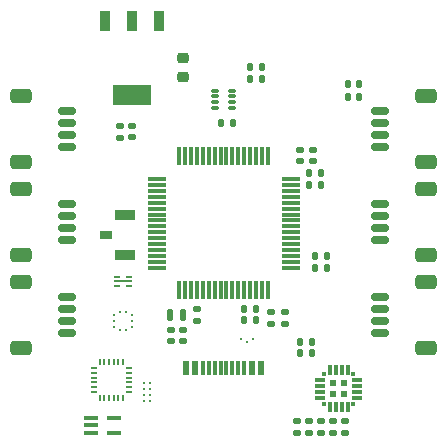
<source format=gtp>
G04 #@! TF.GenerationSoftware,KiCad,Pcbnew,9.0.1*
G04 #@! TF.CreationDate,2025-04-30T23:29:38-04:00*
G04 #@! TF.ProjectId,Control Board V2,436f6e74-726f-46c2-9042-6f6172642056,rev?*
G04 #@! TF.SameCoordinates,Original*
G04 #@! TF.FileFunction,Paste,Top*
G04 #@! TF.FilePolarity,Positive*
%FSLAX46Y46*%
G04 Gerber Fmt 4.6, Leading zero omitted, Abs format (unit mm)*
G04 Created by KiCad (PCBNEW 9.0.1) date 2025-04-30 23:29:38*
%MOMM*%
%LPD*%
G01*
G04 APERTURE LIST*
G04 Aperture macros list*
%AMRoundRect*
0 Rectangle with rounded corners*
0 $1 Rounding radius*
0 $2 $3 $4 $5 $6 $7 $8 $9 X,Y pos of 4 corners*
0 Add a 4 corners polygon primitive as box body*
4,1,4,$2,$3,$4,$5,$6,$7,$8,$9,$2,$3,0*
0 Add four circle primitives for the rounded corners*
1,1,$1+$1,$2,$3*
1,1,$1+$1,$4,$5*
1,1,$1+$1,$6,$7*
1,1,$1+$1,$8,$9*
0 Add four rect primitives between the rounded corners*
20,1,$1+$1,$2,$3,$4,$5,0*
20,1,$1+$1,$4,$5,$6,$7,0*
20,1,$1+$1,$6,$7,$8,$9,0*
20,1,$1+$1,$8,$9,$2,$3,0*%
G04 Aperture macros list end*
%ADD10RoundRect,0.147500X0.147500X0.172500X-0.147500X0.172500X-0.147500X-0.172500X0.147500X-0.172500X0*%
%ADD11RoundRect,0.135000X-0.135000X-0.185000X0.135000X-0.185000X0.135000X0.185000X-0.135000X0.185000X0*%
%ADD12RoundRect,0.150000X0.625000X-0.150000X0.625000X0.150000X-0.625000X0.150000X-0.625000X-0.150000X0*%
%ADD13RoundRect,0.250000X0.650000X-0.350000X0.650000X0.350000X-0.650000X0.350000X-0.650000X-0.350000X0*%
%ADD14RoundRect,0.140000X0.140000X0.170000X-0.140000X0.170000X-0.140000X-0.170000X0.140000X-0.170000X0*%
%ADD15RoundRect,0.140000X0.170000X-0.140000X0.170000X0.140000X-0.170000X0.140000X-0.170000X-0.140000X0*%
%ADD16C,0.226000*%
%ADD17RoundRect,0.075000X-0.175000X-0.425000X0.175000X-0.425000X0.175000X0.425000X-0.175000X0.425000X0*%
%ADD18RoundRect,0.135000X0.135000X0.185000X-0.135000X0.185000X-0.135000X-0.185000X0.135000X-0.185000X0*%
%ADD19RoundRect,0.150000X-0.625000X0.150000X-0.625000X-0.150000X0.625000X-0.150000X0.625000X0.150000X0*%
%ADD20RoundRect,0.250000X-0.650000X0.350000X-0.650000X-0.350000X0.650000X-0.350000X0.650000X0.350000X0*%
%ADD21RoundRect,0.147500X-0.172500X0.147500X-0.172500X-0.147500X0.172500X-0.147500X0.172500X0.147500X0*%
%ADD22RoundRect,0.140000X-0.170000X0.140000X-0.170000X-0.140000X0.170000X-0.140000X0.170000X0.140000X0*%
%ADD23RoundRect,0.050000X0.285000X0.100000X-0.285000X0.100000X-0.285000X-0.100000X0.285000X-0.100000X0*%
%ADD24RoundRect,0.135000X0.185000X-0.135000X0.185000X0.135000X-0.185000X0.135000X-0.185000X-0.135000X0*%
%ADD25R,0.540000X0.540000*%
%ADD26R,0.300000X0.300000*%
%ADD27R,0.900000X0.300000*%
%ADD28R,0.300000X0.900000*%
%ADD29RoundRect,0.140000X-0.140000X-0.170000X0.140000X-0.170000X0.140000X0.170000X-0.140000X0.170000X0*%
%ADD30R,0.600000X0.200000*%
%ADD31R,1.600000X0.200000*%
%ADD32R,0.250000X0.275000*%
%ADD33R,0.275000X0.250000*%
%ADD34R,0.200000X0.200000*%
%ADD35R,0.950000X1.750000*%
%ADD36R,3.250000X1.750000*%
%ADD37R,0.600000X1.240000*%
%ADD38R,0.300000X1.240000*%
%ADD39RoundRect,0.075000X0.075000X-0.700000X0.075000X0.700000X-0.075000X0.700000X-0.075000X-0.700000X0*%
%ADD40RoundRect,0.075000X0.700000X-0.075000X0.700000X0.075000X-0.700000X0.075000X-0.700000X-0.075000X0*%
%ADD41R,1.150000X0.400000*%
%ADD42R,1.700000X0.900000*%
%ADD43R,1.100000X0.800000*%
%ADD44RoundRect,0.050000X-0.225000X-0.050000X0.225000X-0.050000X0.225000X0.050000X-0.225000X0.050000X0*%
%ADD45RoundRect,0.050000X0.050000X-0.225000X0.050000X0.225000X-0.050000X0.225000X-0.050000X-0.225000X0*%
%ADD46RoundRect,0.135000X-0.185000X0.135000X-0.185000X-0.135000X0.185000X-0.135000X0.185000X0.135000X0*%
%ADD47RoundRect,0.225000X-0.250000X0.225000X-0.250000X-0.225000X0.250000X-0.225000X0.250000X0.225000X0*%
G04 APERTURE END LIST*
D10*
G04 #@! TO.C,D3*
X82470000Y-123000000D03*
X81500000Y-123000000D03*
G04 #@! TD*
D11*
G04 #@! TO.C,R17*
X77240000Y-99750000D03*
X78260000Y-99750000D03*
G04 #@! TD*
D12*
G04 #@! TO.C,J38*
X88250000Y-121250000D03*
X88250000Y-120250000D03*
X88250000Y-119250000D03*
X88250000Y-118250000D03*
D13*
X92125000Y-122550000D03*
X92125000Y-116950000D03*
G04 #@! TD*
D14*
G04 #@! TO.C,C14*
X83230000Y-108750000D03*
X82270000Y-108750000D03*
G04 #@! TD*
D12*
G04 #@! TO.C,J39*
X88250000Y-113375000D03*
X88250000Y-112375000D03*
X88250000Y-111375000D03*
X88250000Y-110375000D03*
D13*
X92125000Y-114675000D03*
X92125000Y-109075000D03*
G04 #@! TD*
D15*
G04 #@! TO.C,C20*
X81500000Y-106730000D03*
X81500000Y-105770000D03*
G04 #@! TD*
D16*
G04 #@! TO.C,IC2*
X68250000Y-125500000D03*
X68750000Y-125500000D03*
X68250000Y-126000000D03*
X68750000Y-126000000D03*
X68250000Y-126500000D03*
X68750000Y-126500000D03*
X68250000Y-127000000D03*
X68750000Y-127000000D03*
G04 #@! TD*
D17*
G04 #@! TO.C,Y1*
X70500000Y-119750000D03*
X71600000Y-119750000D03*
G04 #@! TD*
D12*
G04 #@! TO.C,J40*
X88250000Y-105500000D03*
X88250000Y-104500000D03*
X88250000Y-103500000D03*
X88250000Y-102500000D03*
D13*
X92125000Y-106800000D03*
X92125000Y-101200000D03*
G04 #@! TD*
D14*
G04 #@! TO.C,C12*
X77730000Y-120190000D03*
X76770000Y-120190000D03*
G04 #@! TD*
D18*
G04 #@! TO.C,R15*
X75770000Y-103500000D03*
X74750000Y-103500000D03*
G04 #@! TD*
D19*
G04 #@! TO.C,J36*
X61750000Y-110375000D03*
X61750000Y-111375000D03*
X61750000Y-112375000D03*
X61750000Y-113375000D03*
D20*
X57875000Y-109075000D03*
X57875000Y-114675000D03*
G04 #@! TD*
D15*
G04 #@! TO.C,C21*
X82560000Y-106730000D03*
X82560000Y-105770000D03*
G04 #@! TD*
D11*
G04 #@! TO.C,R16*
X77240000Y-98750000D03*
X78260000Y-98750000D03*
G04 #@! TD*
D19*
G04 #@! TO.C,J34*
X61750000Y-118250000D03*
X61750000Y-119250000D03*
X61750000Y-120250000D03*
X61750000Y-121250000D03*
D20*
X57875000Y-116950000D03*
X57875000Y-122550000D03*
G04 #@! TD*
D21*
G04 #@! TO.C,D7*
X67250000Y-103750000D03*
X67250000Y-104720000D03*
G04 #@! TD*
D22*
G04 #@! TO.C,C10*
X70510000Y-121020000D03*
X70510000Y-121980000D03*
G04 #@! TD*
D14*
G04 #@! TO.C,C13*
X77730000Y-119250000D03*
X76770000Y-119250000D03*
G04 #@! TD*
D23*
G04 #@! TO.C,U6*
X75730000Y-102250000D03*
X75730000Y-101750000D03*
X75730000Y-101250000D03*
X75730000Y-100750000D03*
X74250000Y-100750000D03*
X74250000Y-101250000D03*
X74250000Y-101750000D03*
X74250000Y-102250000D03*
G04 #@! TD*
D24*
G04 #@! TO.C,R11*
X81250000Y-129760000D03*
X81250000Y-128740000D03*
G04 #@! TD*
D25*
G04 #@! TO.C,U3*
X84300000Y-125550000D03*
X84300000Y-126450000D03*
X85200000Y-125550000D03*
X85200000Y-126450000D03*
D26*
X83500000Y-124750000D03*
D27*
X83200000Y-125250000D03*
X83200000Y-125750000D03*
X83200000Y-126250000D03*
X83200000Y-126750000D03*
D26*
X83500000Y-127250000D03*
D28*
X84000000Y-127550000D03*
X84500000Y-127550000D03*
X85000000Y-127550000D03*
X85500000Y-127550000D03*
D26*
X86000000Y-127250000D03*
D27*
X86300000Y-126750000D03*
X86300000Y-126250000D03*
X86300000Y-125750000D03*
X86300000Y-125250000D03*
D26*
X86000000Y-124750000D03*
D28*
X85500000Y-124450000D03*
X85000000Y-124450000D03*
X84500000Y-124450000D03*
X84000000Y-124450000D03*
G04 #@! TD*
D22*
G04 #@! TO.C,C29*
X83260000Y-128770000D03*
X83260000Y-129730000D03*
G04 #@! TD*
D29*
G04 #@! TO.C,C18*
X82770000Y-114780000D03*
X83730000Y-114780000D03*
G04 #@! TD*
D22*
G04 #@! TO.C,C28*
X84250000Y-128770000D03*
X84250000Y-129730000D03*
G04 #@! TD*
D24*
G04 #@! TO.C,R1*
X72750000Y-120260000D03*
X72750000Y-119240000D03*
G04 #@! TD*
D30*
G04 #@! TO.C,IC4*
X66000000Y-116500000D03*
D31*
X66500000Y-116900000D03*
D30*
X66000000Y-117300000D03*
X67000000Y-117300000D03*
X67000000Y-116500000D03*
G04 #@! TD*
D32*
G04 #@! TO.C,IC3*
X66762000Y-119487000D03*
X66262000Y-119487000D03*
D33*
X65750000Y-119750000D03*
X65750000Y-120250000D03*
X65750000Y-120750000D03*
D32*
X66262000Y-121013000D03*
X66762000Y-121013000D03*
D33*
X67274000Y-120750000D03*
X67274000Y-120250000D03*
X67274000Y-119750000D03*
G04 #@! TD*
D14*
G04 #@! TO.C,C15*
X83230000Y-107720000D03*
X82270000Y-107720000D03*
G04 #@! TD*
D24*
G04 #@! TO.C,R10*
X85250000Y-129760000D03*
X85250000Y-128740000D03*
G04 #@! TD*
D34*
G04 #@! TO.C,D2*
X77000000Y-122000000D03*
X77500000Y-121750000D03*
X76500000Y-121750000D03*
G04 #@! TD*
D35*
G04 #@! TO.C,IC5*
X69550000Y-94850000D03*
X67250000Y-94850000D03*
X64950000Y-94850000D03*
D36*
X67250000Y-101150000D03*
G04 #@! TD*
D37*
G04 #@! TO.C,J35*
X71800000Y-124275000D03*
X72600000Y-124275000D03*
D38*
X73750000Y-124275000D03*
X74750000Y-124275000D03*
X75250000Y-124275000D03*
X76250000Y-124275000D03*
D37*
X77400000Y-124275000D03*
X78200000Y-124275000D03*
X78200000Y-124275000D03*
X77400000Y-124275000D03*
D38*
X76750000Y-124275000D03*
X75750000Y-124275000D03*
X74250000Y-124275000D03*
X73250000Y-124275000D03*
D37*
X72600000Y-124275000D03*
X71800000Y-124275000D03*
G04 #@! TD*
D39*
G04 #@! TO.C,U2*
X71250001Y-117675000D03*
X71750000Y-117675000D03*
X72250000Y-117675000D03*
X72750000Y-117675000D03*
X73250000Y-117675000D03*
X73750001Y-117675000D03*
X74250000Y-117675000D03*
X74750000Y-117675000D03*
X75250000Y-117675000D03*
X75750000Y-117675000D03*
X76249999Y-117675000D03*
X76750000Y-117675000D03*
X77250000Y-117675000D03*
X77750000Y-117675000D03*
X78250000Y-117675000D03*
X78749999Y-117675000D03*
D40*
X80675000Y-115749999D03*
X80675000Y-115250000D03*
X80675000Y-114750000D03*
X80675000Y-114250000D03*
X80675000Y-113750000D03*
X80675000Y-113249999D03*
X80675000Y-112750000D03*
X80675000Y-112250000D03*
X80675000Y-111750000D03*
X80675000Y-111250000D03*
X80675000Y-110750001D03*
X80675000Y-110250000D03*
X80675000Y-109750000D03*
X80675000Y-109250000D03*
X80675000Y-108750000D03*
X80675000Y-108250001D03*
D39*
X78749999Y-106325000D03*
X78250000Y-106325000D03*
X77750000Y-106325000D03*
X77250000Y-106325000D03*
X76750000Y-106325000D03*
X76249999Y-106325000D03*
X75750000Y-106325000D03*
X75250000Y-106325000D03*
X74750000Y-106325000D03*
X74250000Y-106325000D03*
X73750001Y-106325000D03*
X73250000Y-106325000D03*
X72750000Y-106325000D03*
X72250000Y-106325000D03*
X71750000Y-106325000D03*
X71250001Y-106325000D03*
D40*
X69325000Y-108250001D03*
X69325000Y-108750000D03*
X69325000Y-109250000D03*
X69325000Y-109750000D03*
X69325000Y-110250000D03*
X69325000Y-110750001D03*
X69325000Y-111250000D03*
X69325000Y-111750000D03*
X69325000Y-112250000D03*
X69325000Y-112750000D03*
X69325000Y-113249999D03*
X69325000Y-113750000D03*
X69325000Y-114250000D03*
X69325000Y-114750000D03*
X69325000Y-115250000D03*
X69325000Y-115749999D03*
G04 #@! TD*
D41*
G04 #@! TO.C,IC1*
X63800000Y-128450000D03*
X63800000Y-129100000D03*
X63800000Y-129750000D03*
X65700000Y-129750000D03*
X65700000Y-128450000D03*
G04 #@! TD*
D42*
G04 #@! TO.C,SW2*
X66650000Y-111300000D03*
X66650000Y-114700000D03*
D43*
X65010000Y-113000000D03*
G04 #@! TD*
D24*
G04 #@! TO.C,R14*
X80170000Y-120510000D03*
X80170000Y-119490000D03*
G04 #@! TD*
D29*
G04 #@! TO.C,C26*
X85500000Y-100200000D03*
X86460000Y-100200000D03*
G04 #@! TD*
D44*
G04 #@! TO.C,U1*
X64000000Y-124250000D03*
X64000000Y-124650000D03*
X64000000Y-125050000D03*
X64000000Y-125450000D03*
X64000000Y-125850000D03*
X64000000Y-126250000D03*
D45*
X64500000Y-126750000D03*
X64900000Y-126750000D03*
X65300000Y-126750000D03*
X65700000Y-126750000D03*
X66100000Y-126750000D03*
X66500000Y-126750000D03*
D44*
X67000000Y-126250000D03*
X67000000Y-125850000D03*
X67000000Y-125450000D03*
X67000000Y-125050000D03*
X67000000Y-124650000D03*
X67000000Y-124250000D03*
D45*
X66500000Y-123750000D03*
X66100000Y-123750000D03*
X65700000Y-123750000D03*
X65300000Y-123750000D03*
X64900000Y-123750000D03*
X64500000Y-123750000D03*
G04 #@! TD*
D46*
G04 #@! TO.C,R12*
X82260000Y-128740000D03*
X82260000Y-129760000D03*
G04 #@! TD*
D10*
G04 #@! TO.C,D4*
X82485000Y-122000000D03*
X81515000Y-122000000D03*
G04 #@! TD*
D24*
G04 #@! TO.C,R13*
X79000000Y-120510000D03*
X79000000Y-119490000D03*
G04 #@! TD*
D29*
G04 #@! TO.C,C27*
X85500000Y-101290000D03*
X86460000Y-101290000D03*
G04 #@! TD*
D47*
G04 #@! TO.C,C32*
X71600000Y-98025000D03*
X71600000Y-99575000D03*
G04 #@! TD*
D29*
G04 #@! TO.C,C19*
X82770000Y-115750000D03*
X83730000Y-115750000D03*
G04 #@! TD*
D22*
G04 #@! TO.C,C34*
X71550000Y-121020000D03*
X71550000Y-121980000D03*
G04 #@! TD*
D24*
G04 #@! TO.C,R23*
X66250000Y-104745000D03*
X66250000Y-103725000D03*
G04 #@! TD*
D19*
G04 #@! TO.C,J37*
X61750000Y-102500000D03*
X61750000Y-103500000D03*
X61750000Y-104500000D03*
X61750000Y-105500000D03*
D20*
X57875000Y-101200000D03*
X57875000Y-106800000D03*
G04 #@! TD*
M02*

</source>
